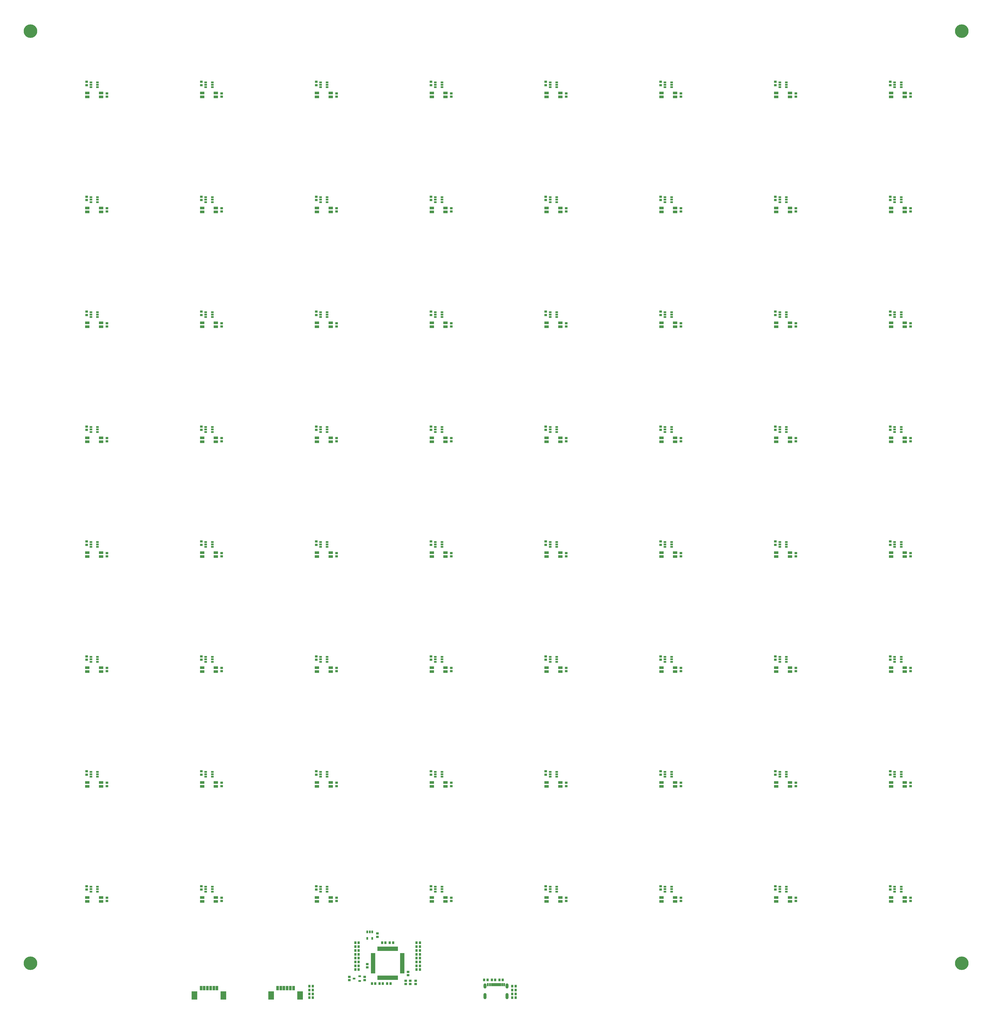
<source format=gts>
G04*
G04 #@! TF.GenerationSoftware,Altium Limited,Altium Designer,23.0.1 (38)*
G04*
G04 Layer_Color=8388736*
%FSLAX44Y44*%
%MOMM*%
G71*
G04*
G04 #@! TF.SameCoordinates,91F4A6FA-0939-4DC5-AEF7-812B851DF4A5*
G04*
G04*
G04 #@! TF.FilePolarity,Negative*
G04*
G01*
G75*
%ADD24R,1.1032X0.9032*%
%ADD25R,1.1032X0.8032*%
%ADD26R,1.7032X1.0232*%
%ADD27R,0.9032X1.1032*%
%ADD28R,0.5032X1.2032*%
%ADD29R,0.8032X1.2032*%
%ADD30R,0.9832X0.8832*%
%ADD31R,0.8032X1.1032*%
%ADD32R,1.0032X1.8032*%
%ADD33R,2.3032X3.2032*%
%ADD34R,1.7032X0.5032*%
%ADD35R,0.5032X1.7032*%
%ADD36O,1.2032X2.4032*%
%ADD37O,1.2032X2.0032*%
%ADD38C,5.3032*%
D24*
X450000Y393500D02*
D03*
Y406500D02*
D03*
X370000Y438500D02*
D03*
Y451500D02*
D03*
X1630000Y116500D02*
D03*
Y103500D02*
D03*
X1460000Y83500D02*
D03*
Y96500D02*
D03*
X1400000D02*
D03*
Y83500D02*
D03*
X1470000Y146500D02*
D03*
Y133500D02*
D03*
X1660000Y68500D02*
D03*
Y81500D02*
D03*
X1510000Y253500D02*
D03*
Y266500D02*
D03*
X820000Y438500D02*
D03*
Y451500D02*
D03*
X1270000Y438500D02*
D03*
Y451500D02*
D03*
X1720000Y438500D02*
D03*
Y451500D02*
D03*
X2170000Y438500D02*
D03*
Y451500D02*
D03*
X2620000Y438500D02*
D03*
Y451500D02*
D03*
X3070000Y438500D02*
D03*
Y451500D02*
D03*
X3520000Y438500D02*
D03*
Y451500D02*
D03*
X370000Y888500D02*
D03*
Y901500D02*
D03*
X820000Y888500D02*
D03*
Y901500D02*
D03*
X1270000Y888500D02*
D03*
Y901500D02*
D03*
X1720000Y888500D02*
D03*
Y901500D02*
D03*
X2170000Y888500D02*
D03*
Y901500D02*
D03*
X2620000Y888500D02*
D03*
Y901500D02*
D03*
X3070000Y888500D02*
D03*
Y901500D02*
D03*
X3520000Y888500D02*
D03*
Y901500D02*
D03*
X370000Y1338500D02*
D03*
Y1351500D02*
D03*
X820000Y1338500D02*
D03*
Y1351500D02*
D03*
X1270000Y1338500D02*
D03*
Y1351500D02*
D03*
X1720000Y1338500D02*
D03*
Y1351500D02*
D03*
X2170000Y1338500D02*
D03*
Y1351500D02*
D03*
X2620000Y1338500D02*
D03*
Y1351500D02*
D03*
X3070000Y1338500D02*
D03*
Y1351500D02*
D03*
X3520000Y1338500D02*
D03*
Y1351500D02*
D03*
X370000Y1788500D02*
D03*
Y1801500D02*
D03*
X820000Y1788500D02*
D03*
Y1801500D02*
D03*
X1270000Y1788500D02*
D03*
Y1801500D02*
D03*
X1720000Y1788500D02*
D03*
Y1801500D02*
D03*
X2170000Y1788500D02*
D03*
Y1801500D02*
D03*
X2620000Y1788500D02*
D03*
Y1801500D02*
D03*
X3070000Y1788500D02*
D03*
Y1801500D02*
D03*
X3520000Y1788500D02*
D03*
Y1801500D02*
D03*
X370000Y2238500D02*
D03*
Y2251500D02*
D03*
X820000Y2238500D02*
D03*
Y2251500D02*
D03*
X1270000Y2238500D02*
D03*
Y2251500D02*
D03*
X1720000Y2238500D02*
D03*
Y2251500D02*
D03*
X2170000Y2238500D02*
D03*
Y2251500D02*
D03*
X2620000Y2238500D02*
D03*
Y2251500D02*
D03*
X3070000Y2238500D02*
D03*
Y2251500D02*
D03*
X3520000Y2238500D02*
D03*
Y2251500D02*
D03*
X370000Y2688500D02*
D03*
Y2701500D02*
D03*
X820000Y2688500D02*
D03*
Y2701500D02*
D03*
X1270000Y2688500D02*
D03*
Y2701500D02*
D03*
X1720000Y2688500D02*
D03*
Y2701500D02*
D03*
X2170000Y2688500D02*
D03*
Y2701500D02*
D03*
X2620000Y2688500D02*
D03*
Y2701500D02*
D03*
X3070000Y2688500D02*
D03*
Y2701500D02*
D03*
X370000Y3138500D02*
D03*
Y3151500D02*
D03*
X820000Y3138500D02*
D03*
Y3151500D02*
D03*
X1270000Y3138500D02*
D03*
Y3151500D02*
D03*
X1720000Y3138500D02*
D03*
Y3151500D02*
D03*
X2170000Y3138500D02*
D03*
Y3151500D02*
D03*
X2620000Y3138500D02*
D03*
Y3151500D02*
D03*
X3070000Y3138500D02*
D03*
Y3151500D02*
D03*
X3520000Y3138500D02*
D03*
Y3151500D02*
D03*
X370000Y3588500D02*
D03*
Y3601500D02*
D03*
X820000Y3588500D02*
D03*
Y3601500D02*
D03*
X1270000Y3588500D02*
D03*
Y3601500D02*
D03*
X1720000Y3588500D02*
D03*
Y3601500D02*
D03*
X2170000Y3588500D02*
D03*
Y3601500D02*
D03*
X2620000Y3588500D02*
D03*
Y3601500D02*
D03*
X3070000Y3588500D02*
D03*
Y3601500D02*
D03*
X3520000Y3588500D02*
D03*
Y3601500D02*
D03*
X900000Y393500D02*
D03*
Y406500D02*
D03*
X1350000Y393500D02*
D03*
Y406500D02*
D03*
X1800000Y393500D02*
D03*
Y406500D02*
D03*
X2250000Y393500D02*
D03*
Y406500D02*
D03*
X2700000Y393500D02*
D03*
Y406500D02*
D03*
X3150000Y393500D02*
D03*
Y406500D02*
D03*
X3600000Y393500D02*
D03*
Y406500D02*
D03*
X450000Y843500D02*
D03*
Y856500D02*
D03*
X900000Y843500D02*
D03*
Y856500D02*
D03*
X1350000Y843500D02*
D03*
Y856500D02*
D03*
X1800000Y843500D02*
D03*
Y856500D02*
D03*
X2250000Y843500D02*
D03*
Y856500D02*
D03*
X2700000Y843500D02*
D03*
Y856500D02*
D03*
X3150000Y843500D02*
D03*
Y856500D02*
D03*
X3600000Y843500D02*
D03*
Y856500D02*
D03*
X450000Y1293500D02*
D03*
Y1306500D02*
D03*
X900000Y1293500D02*
D03*
Y1306500D02*
D03*
X1350000Y1293500D02*
D03*
Y1306500D02*
D03*
X1800000Y1293500D02*
D03*
Y1306500D02*
D03*
X2250000Y1293500D02*
D03*
Y1306500D02*
D03*
X2700000Y1293500D02*
D03*
Y1306500D02*
D03*
X3150000Y1293500D02*
D03*
Y1306500D02*
D03*
X3600000Y1293500D02*
D03*
Y1306500D02*
D03*
X450000Y1743500D02*
D03*
Y1756500D02*
D03*
X900000Y1743500D02*
D03*
Y1756500D02*
D03*
X1350000Y1743500D02*
D03*
Y1756500D02*
D03*
X1800000Y1743500D02*
D03*
Y1756500D02*
D03*
X2250000Y1743500D02*
D03*
Y1756500D02*
D03*
X2700000Y1743500D02*
D03*
Y1756500D02*
D03*
X3150000Y1743500D02*
D03*
Y1756500D02*
D03*
X3600000Y1743500D02*
D03*
Y1756500D02*
D03*
X450000Y2193500D02*
D03*
Y2206500D02*
D03*
X900000Y2193500D02*
D03*
Y2206500D02*
D03*
X1350000Y2193500D02*
D03*
Y2206500D02*
D03*
X1800000Y2193500D02*
D03*
Y2206500D02*
D03*
X2250000Y2193500D02*
D03*
Y2206500D02*
D03*
X2700000Y2193500D02*
D03*
Y2206500D02*
D03*
X3150000Y2193500D02*
D03*
Y2206500D02*
D03*
X3600000Y2193500D02*
D03*
Y2206500D02*
D03*
X450000Y2643500D02*
D03*
Y2656500D02*
D03*
X900000Y2643500D02*
D03*
Y2656500D02*
D03*
X1350000Y2643500D02*
D03*
Y2656500D02*
D03*
X1800000Y2643500D02*
D03*
Y2656500D02*
D03*
X2250000Y2643500D02*
D03*
Y2656500D02*
D03*
X2700000Y2643500D02*
D03*
Y2656500D02*
D03*
X3150000Y2643500D02*
D03*
Y2656500D02*
D03*
X450000Y3093500D02*
D03*
Y3106500D02*
D03*
X900000Y3093500D02*
D03*
Y3106500D02*
D03*
X1350000Y3093500D02*
D03*
Y3106500D02*
D03*
X1800000Y3093500D02*
D03*
Y3106500D02*
D03*
X2250000Y3093500D02*
D03*
Y3106500D02*
D03*
X2700000Y3093500D02*
D03*
Y3106500D02*
D03*
X3150000Y3093500D02*
D03*
Y3106500D02*
D03*
X3600000Y3093500D02*
D03*
Y3106500D02*
D03*
X450000Y3543500D02*
D03*
Y3556500D02*
D03*
X900000Y3543500D02*
D03*
Y3556500D02*
D03*
X1350000Y3543500D02*
D03*
Y3556500D02*
D03*
X1800000Y3543500D02*
D03*
Y3556500D02*
D03*
X2250000Y3543500D02*
D03*
Y3556500D02*
D03*
X2700000Y3543500D02*
D03*
Y3556500D02*
D03*
X3150000Y3543500D02*
D03*
Y3556500D02*
D03*
X3600000Y3543500D02*
D03*
Y3556500D02*
D03*
X3520000Y2688500D02*
D03*
Y2701500D02*
D03*
X3600000Y2643500D02*
D03*
Y2656500D02*
D03*
D25*
X387000Y440000D02*
D03*
Y449500D02*
D03*
X413000Y430500D02*
D03*
Y440000D02*
D03*
Y449500D02*
D03*
X387000Y430500D02*
D03*
X1419000Y90000D02*
D03*
X1441000Y80500D02*
D03*
Y99500D02*
D03*
X837000Y440000D02*
D03*
Y449500D02*
D03*
X863000Y430500D02*
D03*
Y440000D02*
D03*
Y449500D02*
D03*
X837000Y430500D02*
D03*
X1287000Y440000D02*
D03*
Y449500D02*
D03*
X1313000Y430500D02*
D03*
Y440000D02*
D03*
Y449500D02*
D03*
X1287000Y430500D02*
D03*
X1737000Y440000D02*
D03*
Y449500D02*
D03*
X1763000Y430500D02*
D03*
Y440000D02*
D03*
Y449500D02*
D03*
X1737000Y430500D02*
D03*
X2187000Y440000D02*
D03*
Y449500D02*
D03*
X2213000Y430500D02*
D03*
Y440000D02*
D03*
Y449500D02*
D03*
X2187000Y430500D02*
D03*
X2637000Y440000D02*
D03*
Y449500D02*
D03*
X2663000Y430500D02*
D03*
Y440000D02*
D03*
Y449500D02*
D03*
X2637000Y430500D02*
D03*
X3087000Y440000D02*
D03*
Y449500D02*
D03*
X3113000Y430500D02*
D03*
Y440000D02*
D03*
Y449500D02*
D03*
X3087000Y430500D02*
D03*
X3537000Y440000D02*
D03*
Y449500D02*
D03*
X3563000Y430500D02*
D03*
Y440000D02*
D03*
Y449500D02*
D03*
X3537000Y430500D02*
D03*
X387000Y890000D02*
D03*
Y899500D02*
D03*
X413000Y880500D02*
D03*
Y890000D02*
D03*
Y899500D02*
D03*
X387000Y880500D02*
D03*
X837000Y890000D02*
D03*
Y899500D02*
D03*
X863000Y880500D02*
D03*
Y890000D02*
D03*
Y899500D02*
D03*
X837000Y880500D02*
D03*
X1287000Y890000D02*
D03*
Y899500D02*
D03*
X1313000Y880500D02*
D03*
Y890000D02*
D03*
Y899500D02*
D03*
X1287000Y880500D02*
D03*
X1737000Y890000D02*
D03*
Y899500D02*
D03*
X1763000Y880500D02*
D03*
Y890000D02*
D03*
Y899500D02*
D03*
X1737000Y880500D02*
D03*
X2187000Y890000D02*
D03*
Y899500D02*
D03*
X2213000Y880500D02*
D03*
Y890000D02*
D03*
Y899500D02*
D03*
X2187000Y880500D02*
D03*
X2637000Y890000D02*
D03*
Y899500D02*
D03*
X2663000Y880500D02*
D03*
Y890000D02*
D03*
Y899500D02*
D03*
X2637000Y880500D02*
D03*
X3087000Y890000D02*
D03*
Y899500D02*
D03*
X3113000Y880500D02*
D03*
Y890000D02*
D03*
Y899500D02*
D03*
X3087000Y880500D02*
D03*
X3537000Y890000D02*
D03*
Y899500D02*
D03*
X3563000Y880500D02*
D03*
Y890000D02*
D03*
Y899500D02*
D03*
X3537000Y880500D02*
D03*
X387000Y1340000D02*
D03*
Y1349500D02*
D03*
X413000Y1330500D02*
D03*
Y1340000D02*
D03*
Y1349500D02*
D03*
X387000Y1330500D02*
D03*
X837000Y1340000D02*
D03*
Y1349500D02*
D03*
X863000Y1330500D02*
D03*
Y1340000D02*
D03*
Y1349500D02*
D03*
X837000Y1330500D02*
D03*
X1287000Y1340000D02*
D03*
Y1349500D02*
D03*
X1313000Y1330500D02*
D03*
Y1340000D02*
D03*
Y1349500D02*
D03*
X1287000Y1330500D02*
D03*
X1737000Y1340000D02*
D03*
Y1349500D02*
D03*
X1763000Y1330500D02*
D03*
Y1340000D02*
D03*
Y1349500D02*
D03*
X1737000Y1330500D02*
D03*
X2187000Y1340000D02*
D03*
Y1349500D02*
D03*
X2213000Y1330500D02*
D03*
Y1340000D02*
D03*
Y1349500D02*
D03*
X2187000Y1330500D02*
D03*
X2637000Y1340000D02*
D03*
Y1349500D02*
D03*
X2663000Y1330500D02*
D03*
Y1340000D02*
D03*
Y1349500D02*
D03*
X2637000Y1330500D02*
D03*
X3087000Y1340000D02*
D03*
Y1349500D02*
D03*
X3113000Y1330500D02*
D03*
Y1340000D02*
D03*
Y1349500D02*
D03*
X3087000Y1330500D02*
D03*
X3537000Y1340000D02*
D03*
Y1349500D02*
D03*
X3563000Y1330500D02*
D03*
Y1340000D02*
D03*
Y1349500D02*
D03*
X3537000Y1330500D02*
D03*
X387000Y1790000D02*
D03*
Y1799500D02*
D03*
X413000Y1780500D02*
D03*
Y1790000D02*
D03*
Y1799500D02*
D03*
X387000Y1780500D02*
D03*
X837000Y1790000D02*
D03*
Y1799500D02*
D03*
X863000Y1780500D02*
D03*
Y1790000D02*
D03*
Y1799500D02*
D03*
X837000Y1780500D02*
D03*
X1287000Y1790000D02*
D03*
Y1799500D02*
D03*
X1313000Y1780500D02*
D03*
Y1790000D02*
D03*
Y1799500D02*
D03*
X1287000Y1780500D02*
D03*
X1737000Y1790000D02*
D03*
Y1799500D02*
D03*
X1763000Y1780500D02*
D03*
Y1790000D02*
D03*
Y1799500D02*
D03*
X1737000Y1780500D02*
D03*
X2187000Y1790000D02*
D03*
Y1799500D02*
D03*
X2213000Y1780500D02*
D03*
Y1790000D02*
D03*
Y1799500D02*
D03*
X2187000Y1780500D02*
D03*
X2637000Y1790000D02*
D03*
Y1799500D02*
D03*
X2663000Y1780500D02*
D03*
Y1790000D02*
D03*
Y1799500D02*
D03*
X2637000Y1780500D02*
D03*
X3087000Y1790000D02*
D03*
Y1799500D02*
D03*
X3113000Y1780500D02*
D03*
Y1790000D02*
D03*
Y1799500D02*
D03*
X3087000Y1780500D02*
D03*
X3537000Y1790000D02*
D03*
Y1799500D02*
D03*
X3563000Y1780500D02*
D03*
Y1790000D02*
D03*
Y1799500D02*
D03*
X3537000Y1780500D02*
D03*
X387000Y2240000D02*
D03*
Y2249500D02*
D03*
X413000Y2230500D02*
D03*
Y2240000D02*
D03*
Y2249500D02*
D03*
X387000Y2230500D02*
D03*
X837000Y2240000D02*
D03*
Y2249500D02*
D03*
X863000Y2230500D02*
D03*
Y2240000D02*
D03*
Y2249500D02*
D03*
X837000Y2230500D02*
D03*
X1287000Y2240000D02*
D03*
Y2249500D02*
D03*
X1313000Y2230500D02*
D03*
Y2240000D02*
D03*
Y2249500D02*
D03*
X1287000Y2230500D02*
D03*
X1737000Y2240000D02*
D03*
Y2249500D02*
D03*
X1763000Y2230500D02*
D03*
Y2240000D02*
D03*
Y2249500D02*
D03*
X1737000Y2230500D02*
D03*
X2187000Y2240000D02*
D03*
Y2249500D02*
D03*
X2213000Y2230500D02*
D03*
Y2240000D02*
D03*
Y2249500D02*
D03*
X2187000Y2230500D02*
D03*
X2637000Y2240000D02*
D03*
Y2249500D02*
D03*
X2663000Y2230500D02*
D03*
Y2240000D02*
D03*
Y2249500D02*
D03*
X2637000Y2230500D02*
D03*
X3087000Y2240000D02*
D03*
Y2249500D02*
D03*
X3113000Y2230500D02*
D03*
Y2240000D02*
D03*
Y2249500D02*
D03*
X3087000Y2230500D02*
D03*
X3537000Y2240000D02*
D03*
Y2249500D02*
D03*
X3563000Y2230500D02*
D03*
Y2240000D02*
D03*
Y2249500D02*
D03*
X3537000Y2230500D02*
D03*
X387000Y2690000D02*
D03*
Y2699500D02*
D03*
X413000Y2680500D02*
D03*
Y2690000D02*
D03*
Y2699500D02*
D03*
X387000Y2680500D02*
D03*
X837000Y2690000D02*
D03*
Y2699500D02*
D03*
X863000Y2680500D02*
D03*
Y2690000D02*
D03*
Y2699500D02*
D03*
X837000Y2680500D02*
D03*
X1287000Y2690000D02*
D03*
Y2699500D02*
D03*
X1313000Y2680500D02*
D03*
Y2690000D02*
D03*
Y2699500D02*
D03*
X1287000Y2680500D02*
D03*
X1737000Y2690000D02*
D03*
Y2699500D02*
D03*
X1763000Y2680500D02*
D03*
Y2690000D02*
D03*
Y2699500D02*
D03*
X1737000Y2680500D02*
D03*
X2187000Y2690000D02*
D03*
Y2699500D02*
D03*
X2213000Y2680500D02*
D03*
Y2690000D02*
D03*
Y2699500D02*
D03*
X2187000Y2680500D02*
D03*
X2637000Y2690000D02*
D03*
Y2699500D02*
D03*
X2663000Y2680500D02*
D03*
Y2690000D02*
D03*
Y2699500D02*
D03*
X2637000Y2680500D02*
D03*
X3087000Y2690000D02*
D03*
Y2699500D02*
D03*
X3113000Y2680500D02*
D03*
Y2690000D02*
D03*
Y2699500D02*
D03*
X3087000Y2680500D02*
D03*
X387000Y3140000D02*
D03*
Y3149500D02*
D03*
X413000Y3130500D02*
D03*
Y3140000D02*
D03*
Y3149500D02*
D03*
X387000Y3130500D02*
D03*
X837000Y3140000D02*
D03*
Y3149500D02*
D03*
X863000Y3130500D02*
D03*
Y3140000D02*
D03*
Y3149500D02*
D03*
X837000Y3130500D02*
D03*
X1287000Y3140000D02*
D03*
Y3149500D02*
D03*
X1313000Y3130500D02*
D03*
Y3140000D02*
D03*
Y3149500D02*
D03*
X1287000Y3130500D02*
D03*
X1737000Y3140000D02*
D03*
Y3149500D02*
D03*
X1763000Y3130500D02*
D03*
Y3140000D02*
D03*
Y3149500D02*
D03*
X1737000Y3130500D02*
D03*
X2187000Y3140000D02*
D03*
Y3149500D02*
D03*
X2213000Y3130500D02*
D03*
Y3140000D02*
D03*
Y3149500D02*
D03*
X2187000Y3130500D02*
D03*
X2637000Y3140000D02*
D03*
Y3149500D02*
D03*
X2663000Y3130500D02*
D03*
Y3140000D02*
D03*
Y3149500D02*
D03*
X2637000Y3130500D02*
D03*
X3087000Y3140000D02*
D03*
Y3149500D02*
D03*
X3113000Y3130500D02*
D03*
Y3140000D02*
D03*
Y3149500D02*
D03*
X3087000Y3130500D02*
D03*
X3537000Y3140000D02*
D03*
Y3149500D02*
D03*
X3563000Y3130500D02*
D03*
Y3140000D02*
D03*
Y3149500D02*
D03*
X3537000Y3130500D02*
D03*
X387000Y3590000D02*
D03*
Y3599500D02*
D03*
X413000Y3580500D02*
D03*
Y3590000D02*
D03*
Y3599500D02*
D03*
X387000Y3580500D02*
D03*
X837000Y3590000D02*
D03*
Y3599500D02*
D03*
X863000Y3580500D02*
D03*
Y3590000D02*
D03*
Y3599500D02*
D03*
X837000Y3580500D02*
D03*
X1287000Y3590000D02*
D03*
Y3599500D02*
D03*
X1313000Y3580500D02*
D03*
Y3590000D02*
D03*
Y3599500D02*
D03*
X1287000Y3580500D02*
D03*
X1737000Y3590000D02*
D03*
Y3599500D02*
D03*
X1763000Y3580500D02*
D03*
Y3590000D02*
D03*
Y3599500D02*
D03*
X1737000Y3580500D02*
D03*
X2187000Y3590000D02*
D03*
Y3599500D02*
D03*
X2213000Y3580500D02*
D03*
Y3590000D02*
D03*
Y3599500D02*
D03*
X2187000Y3580500D02*
D03*
X2637000Y3590000D02*
D03*
Y3599500D02*
D03*
X2663000Y3580500D02*
D03*
Y3590000D02*
D03*
Y3599500D02*
D03*
X2637000Y3580500D02*
D03*
X3087000Y3590000D02*
D03*
Y3599500D02*
D03*
X3113000Y3580500D02*
D03*
Y3590000D02*
D03*
Y3599500D02*
D03*
X3087000Y3580500D02*
D03*
X3537000Y3590000D02*
D03*
Y3599500D02*
D03*
X3563000Y3580500D02*
D03*
Y3590000D02*
D03*
Y3599500D02*
D03*
X3537000Y3580500D02*
D03*
Y2690000D02*
D03*
Y2699500D02*
D03*
X3563000Y2680500D02*
D03*
Y2690000D02*
D03*
Y2699500D02*
D03*
X3537000Y2680500D02*
D03*
D26*
X373000Y407500D02*
D03*
Y392500D02*
D03*
X427000D02*
D03*
Y407500D02*
D03*
X823000D02*
D03*
Y392500D02*
D03*
X877000D02*
D03*
Y407500D02*
D03*
X1273000D02*
D03*
Y392500D02*
D03*
X1327000D02*
D03*
Y407500D02*
D03*
X1723000D02*
D03*
Y392500D02*
D03*
X1777000D02*
D03*
Y407500D02*
D03*
X2173000D02*
D03*
Y392500D02*
D03*
X2227000D02*
D03*
Y407500D02*
D03*
X2623000D02*
D03*
Y392500D02*
D03*
X2677000D02*
D03*
Y407500D02*
D03*
X3073000D02*
D03*
Y392500D02*
D03*
X3127000D02*
D03*
Y407500D02*
D03*
X3523000D02*
D03*
Y392500D02*
D03*
X3577000D02*
D03*
Y407500D02*
D03*
X373000Y857500D02*
D03*
Y842500D02*
D03*
X427000D02*
D03*
Y857500D02*
D03*
X823000D02*
D03*
Y842500D02*
D03*
X877000D02*
D03*
Y857500D02*
D03*
X1273000D02*
D03*
Y842500D02*
D03*
X1327000D02*
D03*
Y857500D02*
D03*
X1723000D02*
D03*
Y842500D02*
D03*
X1777000D02*
D03*
Y857500D02*
D03*
X2173000D02*
D03*
Y842500D02*
D03*
X2227000D02*
D03*
Y857500D02*
D03*
X2623000D02*
D03*
Y842500D02*
D03*
X2677000D02*
D03*
Y857500D02*
D03*
X3073000D02*
D03*
Y842500D02*
D03*
X3127000D02*
D03*
Y857500D02*
D03*
X3523000D02*
D03*
Y842500D02*
D03*
X3577000D02*
D03*
Y857500D02*
D03*
X373000Y1307500D02*
D03*
Y1292500D02*
D03*
X427000D02*
D03*
Y1307500D02*
D03*
X823000D02*
D03*
Y1292500D02*
D03*
X877000D02*
D03*
Y1307500D02*
D03*
X1273000D02*
D03*
Y1292500D02*
D03*
X1327000D02*
D03*
Y1307500D02*
D03*
X1723000D02*
D03*
Y1292500D02*
D03*
X1777000D02*
D03*
Y1307500D02*
D03*
X2173000D02*
D03*
Y1292500D02*
D03*
X2227000D02*
D03*
Y1307500D02*
D03*
X2623000D02*
D03*
Y1292500D02*
D03*
X2677000D02*
D03*
Y1307500D02*
D03*
X3073000D02*
D03*
Y1292500D02*
D03*
X3127000D02*
D03*
Y1307500D02*
D03*
X3523000D02*
D03*
Y1292500D02*
D03*
X3577000D02*
D03*
Y1307500D02*
D03*
X373000Y1757500D02*
D03*
Y1742500D02*
D03*
X427000D02*
D03*
Y1757500D02*
D03*
X823000D02*
D03*
Y1742500D02*
D03*
X877000D02*
D03*
Y1757500D02*
D03*
X1273000D02*
D03*
Y1742500D02*
D03*
X1327000D02*
D03*
Y1757500D02*
D03*
X1723000D02*
D03*
Y1742500D02*
D03*
X1777000D02*
D03*
Y1757500D02*
D03*
X2173000D02*
D03*
Y1742500D02*
D03*
X2227000D02*
D03*
Y1757500D02*
D03*
X2623000D02*
D03*
Y1742500D02*
D03*
X2677000D02*
D03*
Y1757500D02*
D03*
X3073000D02*
D03*
Y1742500D02*
D03*
X3127000D02*
D03*
Y1757500D02*
D03*
X3523000D02*
D03*
Y1742500D02*
D03*
X3577000D02*
D03*
Y1757500D02*
D03*
X373000Y2207500D02*
D03*
Y2192500D02*
D03*
X427000D02*
D03*
Y2207500D02*
D03*
X823000D02*
D03*
Y2192500D02*
D03*
X877000D02*
D03*
Y2207500D02*
D03*
X1273000D02*
D03*
Y2192500D02*
D03*
X1327000D02*
D03*
Y2207500D02*
D03*
X1723000D02*
D03*
Y2192500D02*
D03*
X1777000D02*
D03*
Y2207500D02*
D03*
X2173000D02*
D03*
Y2192500D02*
D03*
X2227000D02*
D03*
Y2207500D02*
D03*
X2623000D02*
D03*
Y2192500D02*
D03*
X2677000D02*
D03*
Y2207500D02*
D03*
X3073000D02*
D03*
Y2192500D02*
D03*
X3127000D02*
D03*
Y2207500D02*
D03*
X3523000D02*
D03*
Y2192500D02*
D03*
X3577000D02*
D03*
Y2207500D02*
D03*
X373000Y2657500D02*
D03*
Y2642500D02*
D03*
X427000D02*
D03*
Y2657500D02*
D03*
X823000D02*
D03*
Y2642500D02*
D03*
X877000D02*
D03*
Y2657500D02*
D03*
X1273000D02*
D03*
Y2642500D02*
D03*
X1327000D02*
D03*
Y2657500D02*
D03*
X1723000D02*
D03*
Y2642500D02*
D03*
X1777000D02*
D03*
Y2657500D02*
D03*
X2173000D02*
D03*
Y2642500D02*
D03*
X2227000D02*
D03*
Y2657500D02*
D03*
X2623000D02*
D03*
Y2642500D02*
D03*
X2677000D02*
D03*
Y2657500D02*
D03*
X3073000D02*
D03*
Y2642500D02*
D03*
X3127000D02*
D03*
Y2657500D02*
D03*
X373000Y3107500D02*
D03*
Y3092500D02*
D03*
X427000D02*
D03*
Y3107500D02*
D03*
X823000D02*
D03*
Y3092500D02*
D03*
X877000D02*
D03*
Y3107500D02*
D03*
X1273000D02*
D03*
Y3092500D02*
D03*
X1327000D02*
D03*
Y3107500D02*
D03*
X1723000D02*
D03*
Y3092500D02*
D03*
X1777000D02*
D03*
Y3107500D02*
D03*
X2173000D02*
D03*
Y3092500D02*
D03*
X2227000D02*
D03*
Y3107500D02*
D03*
X2623000D02*
D03*
Y3092500D02*
D03*
X2677000D02*
D03*
Y3107500D02*
D03*
X3073000D02*
D03*
Y3092500D02*
D03*
X3127000D02*
D03*
Y3107500D02*
D03*
X3523000D02*
D03*
Y3092500D02*
D03*
X3577000D02*
D03*
Y3107500D02*
D03*
X373000Y3557500D02*
D03*
Y3542500D02*
D03*
X427000D02*
D03*
Y3557500D02*
D03*
X823000D02*
D03*
Y3542500D02*
D03*
X877000D02*
D03*
Y3557500D02*
D03*
X1273000D02*
D03*
Y3542500D02*
D03*
X1327000D02*
D03*
Y3557500D02*
D03*
X1723000D02*
D03*
Y3542500D02*
D03*
X1777000D02*
D03*
Y3557500D02*
D03*
X2173000D02*
D03*
Y3542500D02*
D03*
X2227000D02*
D03*
Y3557500D02*
D03*
X2623000D02*
D03*
Y3542500D02*
D03*
X2677000D02*
D03*
Y3557500D02*
D03*
X3073000D02*
D03*
Y3542500D02*
D03*
X3127000D02*
D03*
Y3557500D02*
D03*
X3523000D02*
D03*
Y3542500D02*
D03*
X3577000D02*
D03*
Y3557500D02*
D03*
X3523000Y2657500D02*
D03*
Y2642500D02*
D03*
X3577000D02*
D03*
Y2657500D02*
D03*
D27*
X1958500Y85000D02*
D03*
X1971500D02*
D03*
X2001500D02*
D03*
X1988500D02*
D03*
X1928500D02*
D03*
X1941500D02*
D03*
X2038500Y45000D02*
D03*
X2051500D02*
D03*
Y30000D02*
D03*
X2038500D02*
D03*
X2051500Y15000D02*
D03*
X2038500D02*
D03*
Y60000D02*
D03*
X2051500D02*
D03*
X1531500Y70000D02*
D03*
X1518500D02*
D03*
X1561500D02*
D03*
X1548500D02*
D03*
X1501500D02*
D03*
X1488500D02*
D03*
X1663500Y215000D02*
D03*
X1676500D02*
D03*
X1663500Y200000D02*
D03*
X1676500D02*
D03*
X1663500Y185000D02*
D03*
X1676500D02*
D03*
X1663500Y170000D02*
D03*
X1676500D02*
D03*
X1663500Y155000D02*
D03*
X1676500D02*
D03*
X1663500Y140000D02*
D03*
X1676500D02*
D03*
X1663500Y125000D02*
D03*
X1676500D02*
D03*
X1436500Y215000D02*
D03*
X1423500D02*
D03*
X1436500Y200000D02*
D03*
X1423500D02*
D03*
X1436500Y185000D02*
D03*
X1423500D02*
D03*
X1436500Y170000D02*
D03*
X1423500D02*
D03*
X1436500Y155000D02*
D03*
X1423500D02*
D03*
X1436500Y140000D02*
D03*
X1423500D02*
D03*
X1436500Y125000D02*
D03*
X1423500D02*
D03*
X1558500Y230000D02*
D03*
X1571500D02*
D03*
X1541500D02*
D03*
X1528500D02*
D03*
X1676500Y230000D02*
D03*
X1663500D02*
D03*
X1423500Y230000D02*
D03*
X1436500D02*
D03*
X1256500Y60000D02*
D03*
X1243500D02*
D03*
X1256500Y45000D02*
D03*
X1243500D02*
D03*
X1256500Y30000D02*
D03*
X1243500D02*
D03*
X1256500Y15000D02*
D03*
X1243500D02*
D03*
D28*
X1992500Y66251D02*
D03*
X1972500D02*
D03*
X1977500D02*
D03*
X1982500D02*
D03*
X1987500D02*
D03*
X1967500D02*
D03*
X1962500D02*
D03*
X1957500D02*
D03*
D29*
X1999000D02*
D03*
X2007000D02*
D03*
X1951500D02*
D03*
X1943000D02*
D03*
D30*
X1638650Y68350D02*
D03*
Y81650D02*
D03*
X1621350D02*
D03*
Y68350D02*
D03*
D31*
X1489500Y247000D02*
D03*
X1470500D02*
D03*
X1489500Y273000D02*
D03*
X1480000D02*
D03*
X1470500D02*
D03*
D32*
X1181250Y52540D02*
D03*
X1168750D02*
D03*
X1156250D02*
D03*
X1143750D02*
D03*
X1131250D02*
D03*
X1118750D02*
D03*
X881250D02*
D03*
X868750D02*
D03*
X856250D02*
D03*
X843750D02*
D03*
X831250D02*
D03*
X818750D02*
D03*
D33*
X1093250Y23540D02*
D03*
X1206750D02*
D03*
X793250D02*
D03*
X906750D02*
D03*
D34*
X1493000Y187500D02*
D03*
Y182500D02*
D03*
Y177500D02*
D03*
Y172500D02*
D03*
Y167500D02*
D03*
Y162500D02*
D03*
Y157500D02*
D03*
Y152500D02*
D03*
Y147500D02*
D03*
Y142500D02*
D03*
Y137500D02*
D03*
Y132500D02*
D03*
Y127500D02*
D03*
Y122500D02*
D03*
Y117500D02*
D03*
Y112500D02*
D03*
X1607000Y127500D02*
D03*
Y132500D02*
D03*
Y137500D02*
D03*
Y142500D02*
D03*
Y147500D02*
D03*
Y157500D02*
D03*
Y162500D02*
D03*
Y167500D02*
D03*
Y172500D02*
D03*
Y177500D02*
D03*
Y182500D02*
D03*
Y187500D02*
D03*
Y112500D02*
D03*
Y152500D02*
D03*
Y122500D02*
D03*
Y117500D02*
D03*
D35*
X1587500Y93000D02*
D03*
X1582500D02*
D03*
X1577500D02*
D03*
X1572500D02*
D03*
X1567500D02*
D03*
X1562500D02*
D03*
X1557500D02*
D03*
X1552500D02*
D03*
X1547500D02*
D03*
X1542500D02*
D03*
X1537500D02*
D03*
X1532500D02*
D03*
X1527500D02*
D03*
X1522500D02*
D03*
X1517500D02*
D03*
X1512500D02*
D03*
X1587500Y207000D02*
D03*
X1582500D02*
D03*
X1577500D02*
D03*
X1572500D02*
D03*
X1567500D02*
D03*
X1562500D02*
D03*
X1557500D02*
D03*
X1552500D02*
D03*
X1547500D02*
D03*
X1542500D02*
D03*
X1537500D02*
D03*
X1532500D02*
D03*
X1527500D02*
D03*
X1522500D02*
D03*
X1517500D02*
D03*
X1512500D02*
D03*
D36*
X2018200Y21251D02*
D03*
X1931800D02*
D03*
D37*
X2018200Y61251D02*
D03*
X1931800D02*
D03*
D38*
X3800000Y150000D02*
D03*
Y3800000D02*
D03*
X150000D02*
D03*
Y150000D02*
D03*
M02*

</source>
